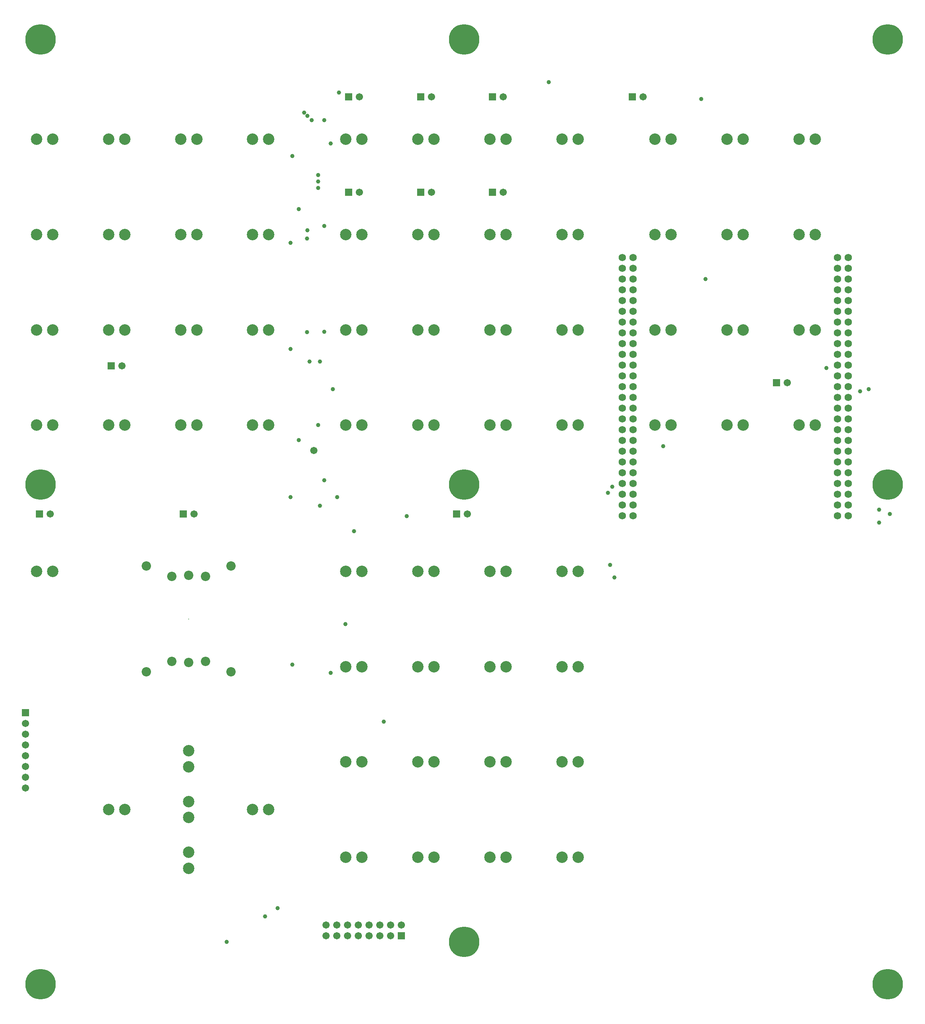
<source format=gbr>
%FSTAX23Y23*%
%MOIN*%
%SFA1B1*%

%IPPOS*%
%ADD33C,0.106425*%
%ADD34C,0.067055*%
%ADD35R,0.067055X0.067055*%
%ADD36C,0.068000*%
%ADD37R,0.067055X0.067055*%
%ADD38C,0.008000*%
%ADD39C,0.086740*%
%ADD40C,0.283590*%
%ADD41C,0.039496*%
%ADD42C,0.067055*%
%LNkeyboardmain_soldermask_bot-1*%
%LPD*%
G54D33*
X06066Y08051D03*
X06216D03*
X07405Y05393D03*
X07555D03*
X01732Y01746D03*
Y01895D03*
X07405Y06279D03*
X07555D03*
X07405Y07165D03*
X07555D03*
X07405Y08051D03*
X07555D03*
X06736Y05393D03*
X06885D03*
X06736Y06279D03*
X06885D03*
X06736Y07165D03*
X06885D03*
X06736Y08051D03*
X06885D03*
X06066Y05393D03*
X06216D03*
X06066Y06279D03*
X06216D03*
X06066Y07165D03*
X06216D03*
X052Y05393D03*
X0535D03*
X04531D03*
X04681D03*
X03862D03*
X04011D03*
X03192D03*
X03342D03*
X052Y06279D03*
X0535D03*
X04531D03*
X04681D03*
X03862D03*
X04011D03*
X03192D03*
X03342D03*
X052Y07165D03*
X0535D03*
X04531D03*
X04681D03*
X03862D03*
X04011D03*
X03192D03*
X03342D03*
X052Y08051D03*
X0535D03*
X04531D03*
X04681D03*
X03862D03*
X04011D03*
X03192D03*
X03342D03*
X052Y04035D03*
X0535D03*
X052Y03149D03*
X0535D03*
X052Y02263D03*
X0535D03*
X052Y01377D03*
X0535D03*
X04531D03*
X04681D03*
X03862D03*
X04011D03*
X04531Y04035D03*
X04681D03*
X03862D03*
X04011D03*
X03192D03*
X03342D03*
X04531Y03149D03*
X04681D03*
X03862D03*
X04011D03*
X03192D03*
X03342D03*
X04531Y02263D03*
X04681D03*
X03862D03*
X04011D03*
X03192D03*
X03342D03*
X03192Y01377D03*
X03342D03*
X01732Y01273D03*
Y01423D03*
Y02218D03*
Y02368D03*
X02326Y0182D03*
X02476D03*
X00988D03*
X01137D03*
X00318Y04035D03*
X00468D03*
X02326Y05393D03*
X02476D03*
X01657D03*
X01807D03*
X00988D03*
X01137D03*
X00318D03*
X00468D03*
X02326Y06279D03*
X02476D03*
X01657D03*
X01807D03*
X00988D03*
X01137D03*
X00318D03*
X00468D03*
X02326Y07165D03*
X02476D03*
X01657D03*
X01807D03*
X00988D03*
X01137D03*
X00318D03*
X00468D03*
X02326Y08051D03*
X02476D03*
X01657D03*
X01807D03*
X00988D03*
X01137D03*
X00318D03*
X00468D03*
G54D34*
X01112Y05944D03*
X03707Y00749D03*
X03607Y00649D03*
Y00749D03*
X03507Y00649D03*
Y00749D03*
X03407Y00649D03*
Y00749D03*
X03307Y00649D03*
Y00749D03*
X03207Y00649D03*
Y00749D03*
X03107Y00649D03*
Y00749D03*
X03007Y00649D03*
Y00749D03*
X00216Y02621D03*
Y02521D03*
Y02421D03*
Y02321D03*
Y02221D03*
Y02121D03*
Y02021D03*
X04321Y04566D03*
X01782D03*
X00443D03*
X07294Y05787D03*
X04656Y07559D03*
X03987D03*
X03317D03*
X05955Y08444D03*
X04656D03*
X03987D03*
X03317D03*
G54D35*
X01012Y05944D03*
X03707Y00649D03*
X04221Y04566D03*
X01682D03*
X00343D03*
X07194Y05787D03*
X04556Y07559D03*
X03887D03*
X03217D03*
X05855Y08444D03*
X04556D03*
X03887D03*
X03217D03*
G54D36*
X07861Y06951D03*
X07761D03*
X07861Y06851D03*
X07761D03*
X07861Y06751D03*
X07761D03*
X07861Y06651D03*
X07761D03*
X07861Y06551D03*
X07761D03*
X07861Y06451D03*
X07761D03*
X07861Y06351D03*
X07761D03*
X07861Y06251D03*
X07761D03*
X07861Y06151D03*
X07761D03*
X07861Y06051D03*
X07761D03*
X07861Y05951D03*
X07761D03*
X07861Y05851D03*
X07761D03*
X07861Y05751D03*
X07761D03*
X07861Y05651D03*
X07761D03*
X07861Y05551D03*
X07761D03*
X07861Y05451D03*
X07761D03*
X07861Y05351D03*
X07761D03*
X07861Y05251D03*
X07761D03*
X07861Y05151D03*
X07761D03*
X07861Y05051D03*
X07761D03*
X07861Y04951D03*
X07761D03*
X07861Y04851D03*
X07761D03*
X07861Y04751D03*
X07761D03*
X07861Y04651D03*
X07761D03*
X07861Y04551D03*
X07761D03*
X05861Y06951D03*
X05761D03*
X05861Y06851D03*
X05761D03*
X05861Y06751D03*
X05761D03*
X05861Y06651D03*
X05761D03*
X05861Y06551D03*
X05761D03*
X05861Y06451D03*
X05761D03*
X05861Y06351D03*
X05761D03*
X05861Y06251D03*
X05761D03*
X05861Y06151D03*
X05761D03*
X05861Y06051D03*
X05761D03*
X05861Y05951D03*
X05761D03*
X05861Y05851D03*
X05761D03*
X05861Y05751D03*
X05761D03*
X05861Y05651D03*
X05761D03*
X05861Y05551D03*
X05761D03*
X05861Y05451D03*
X05761D03*
X05861Y05351D03*
X05761D03*
X05861Y05251D03*
X05761D03*
X05861Y05151D03*
X05761D03*
X05861Y05051D03*
X05761D03*
X05861Y04951D03*
X05761D03*
X05861Y04851D03*
X05761D03*
X05861Y04751D03*
X05761D03*
X05861Y04651D03*
X05761D03*
X05861Y04551D03*
X05761D03*
G54D37*
X00216Y02721D03*
G54D38*
X01732Y03592D03*
G54D39*
X01889Y03198D03*
X01574D03*
X01889Y03986D03*
X01574D03*
X01732Y03188D03*
Y03996D03*
X02125Y04084D03*
X01338D03*
X02125Y031D03*
X01338D03*
G54D40*
X00354Y08976D03*
Y04842D03*
Y00196D03*
X04291Y08976D03*
Y04842D03*
Y0059D03*
X08228Y00196D03*
Y04842D03*
Y08976D03*
G54D41*
X07657Y05925D03*
X06496Y08425D03*
X06535Y06751D03*
X02755Y05255D03*
X06141Y05196D03*
X05078Y08582D03*
X03129Y08484D03*
X02933Y07716D03*
X02933Y07657D03*
Y07598D03*
X05669Y04822D03*
X05629Y04763D03*
X05688Y03976D03*
X05649Y04094D03*
X02696Y03169D03*
X08149Y04606D03*
X03051Y0309D03*
X0311Y04724D03*
X08051Y05728D03*
X03543Y02637D03*
X03759Y04547D03*
X03188Y03543D03*
X03267Y04409D03*
X02933Y05393D03*
X03051Y08011D03*
X0307Y05728D03*
X07972Y05708D03*
X08248Y04566D03*
X08149Y04488D03*
X02677Y07086D03*
Y06102D03*
Y04724D03*
X02086Y0059D03*
X02696Y07893D03*
X02832Y06257D03*
X02952Y05984D03*
X02854D03*
X02755Y07401D03*
X0283Y07128D03*
X02834Y07204D03*
X02991Y0626D03*
X02992Y07244D03*
Y04881D03*
X0244Y00826D03*
X02992Y08228D03*
X02559Y00905D03*
X02952Y04645D03*
X02803Y08297D03*
X02834Y08267D03*
X02874Y08228D03*
G54D42*
X02893Y05157D03*
M02*
</source>
